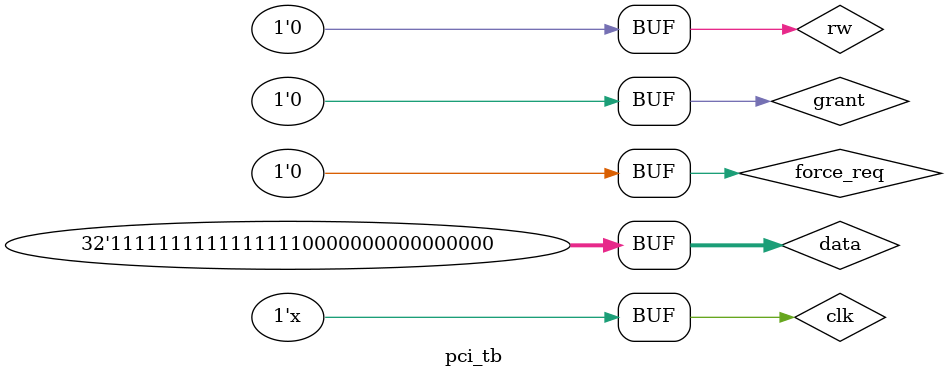
<source format=v>
/* file contains device module */

module device(request, iframe, AD, CBE, iready, tready, devsel, grant, force_req, rw, contactAddress, device_address, data, BE,  clk);

/* request: output send to Arbiter to request the Bus [Active low]. 
*  grant: input from the arbiter to inform the device that he has the bus now [Active low].
*  force_req: input from tb to make the device send request to the arbiter and take over the bus [Active high]
*  rw: input to decide reading or writing: specified in the master mode, W: 1, R: 0.
*  contactAddress: input to specify the target device address, only for master mode.
*  data: data to be sent: master write or read from target.
*  BE: Byte enable bits input: only for master mode [used to specify which bytes to be read by the target].
*  clk: reading data from the bus with posedge clk, writing data to the bus with negede clk [toggling every 1 time unit].
*/ 

/*********** Module inputs - Outputs *******************/

input clk, grant, force_req, rw;
input [31: 0] contactAddress;
input [31: 0] data;
input [31: 0] device_address;
input [3: 0] BE;
output reg request;
inout [31: 0] AD;
inout iframe, CBE, iready, tready, devsel;

/************** Internal Wires - registers ***********************/

reg iframe_io, AD_io, CBE_io, iready_io, tready_io, devsel_io;
reg iframe_reg, iready_reg, tready_reg, devsel_reg;
reg [31: 0] AD_reg;
reg [3: 0] CBE_reg;

reg [31: 0] dev_address; // contains device internal address
reg [31: 0] memory [0: 9]; // 10 rows (words) of memory
reg [3: 0] memory_counter; // to store the memory row that is in turn
reg [31: 0] data_buffer;

/** GUIDELINES - CONTROL SIGNALS *** 
* Control signal consists of 4 bits, The MSB indicates the read/write operation, W = 1, R = 0 
* The 3 other bits, the LSBs, indicate number of word you wanna write or read in current transaction.
* That means you can read or write up to 8 words in a single transaction.
*/

/************* inout control ******************/ 

assign iframe = iframe_io? iframe_reg: 1'bz; 
assign iready = iready_io? iready_reg: 1'bz; 
assign tready = tready_io? tready_reg: 1'bz; 
assign devsel = devsel_io? devsel_reg: 1'bz;

assign AD = AD_io? AD_reg: 32'hzzzz_zzzz; 
assign CBE = CBE_io? CBE_reg: 4'bzzzz; 

//assign data_buffer = AD;

initial 
begin 
dev_address <= device_address;
memory_counter <= 0;
end


always @ (posedge clk)
begin
    if (force_req) // inititor mode
        #1
        request <= 0; // send request to Arbiter
        if (!grant) // granted, start using bus as initiator
        begin
            if (rw) // write operation
            begin
               if ((tready && devsel) && iready == 1'b1) // at the beginning of a transaction and need to communicate with a target device first.
               begin
                     #1 
                // start taking over the bus as initiator in write mode 
                iframe_io <= 1'b1; AD_io <= 1'b1; CBE_io <= 1'b1; iready_io <= 1'b1; // make them output
                tready_io <= 1'b0; devsel_io <= 1'b0; // input
                iframe_reg <= 1'b0; // activate it, indicate to take over the bus
                AD_reg <= contactAddress; // put the address of the target device on the AD lines.
                CBE_reg <= 4'b1000; // means write
                #1
                iready_reg <= 0; // at this point target is ready to transfer data over the data lines.
                AD_reg <= data;
                CBE_reg <= BE;
               end
            else if(!tready && !devsel) // this condition means: initiator contacted target device by putting its address
                begin
                #1
                AD_reg <= data;
                CBE_reg <= BE;  
                end
            end // end of initiator mode -- write 
                /********** End of Master write -> except for some corner cases [if target is not ready case, and finish data transfer case] ****************************************/
        
        else if (!rw) // master read
            begin
                if ((tready && devsel) && iready == 1'b1) // at the beginning of a transaction and need to communicate with a target device first.
                begin
                    #1
                    iframe_io <= 1'b1; AD_io <= 1'b1; CBE_io <= 1'b1; iready_io <= 1'b1; // make them output
                    tready_io <= 1'b0; devsel_io <= 1'b0; // input

                iframe_reg <= 1'b0; // activate it, indicate to take over the bus
                AD_reg <= contactAddress; // put the address of the target device on the AD lines.
                CBE_reg <= 4'b0000; // means read
                #1
                iready_reg <= 0; // at this point target is ready to transfer data over the data lines.
                memory_counter <= 0;
                end // end of master read device selecting phase
                else if ((!tready && !devsel) && iready == 1'b0) // target device responded, and we are ready 
                begin 
                AD_io <= 1'b0; // make it input to read from AD bus
                data_buffer <= AD; // taking data from the bus, and storing it in internal memory register.
                memory[memory_counter] <= data_buffer;
                memory_counter <= memory_counter + 1; // increment counter
                if (memory_counter == 9) memory_counter <= 0;
                end // end of master read data receiving
                /*
                * to be added: 
                * cancel or pause transaction if force request = 0
                */

            end // end of master read mode.

    else if (!force_req) // not initiator 
        request <= 1'b1; // send cancel request to Arbiter.
        iframe_io <= 1'b0; AD_io <= 1'b0; CBE_io <= 1'b0; iready_io <= 1'b0; // make them input.
         tready_io <= 1'b1; devsel_io <= 1'b1; // output.
        if (!iframe) // some device has taken over the bus
        begin
            if (AD == dev_address)
            begin
                memory_counter <= 0;
                if (CBE == 4'b1000) // write mood, receive data and store it.
                begin
                    #1
                    tready_reg <= 1'b0;
                    devsel_reg <= 1'b0;
                    data_buffer <= AD; // taking data from the bus, and storing it in internal memory register.
                    memory[memory_counter] <= data_buffer;
                    memory_counter <= memory_counter + 1; // increment counter
                    if (memory_counter == 9) memory_counter <= 0; // reset counter.   
                end // end of target write mood.

                else if (CBE == 4'b0000) // read mood, send data till iready or iframe are deactivated.
                begin // this section needs to be examined carefully
                    #1
                    if (tready && devsel)
                    begin
                    tready_reg <= 1'b0;
                    devsel_reg <= 1'b0;
                    AD_io <= 1'b1; // output to write on it.
                    end  
                    AD_reg <= data;

                end // end of target read mood

            end // target mood end
        end // end of iframe if checking
            

        end // end of initiator mood if 


end // end of always block 
endmodule

/******** TB ***********************/ 



module pci_tb();
reg  clk;
reg grant;
reg  force_req ; 
reg rw;

reg [31: 0] contactAddress;
reg [31: 0] data;
reg [31: 0] device_address;
reg [3: 0] BE;


wire  [31: 0] AD;
reg  iframe, CBE, iready, tready, devsel;

initial 
begin
$monitor (" clk = %b AD = %b  iframe = %b  CBE = %b  iready = %b tready = %b devsel = %b  rw = %b  grant = %b  ",clk, AD, iframe,CBE,iready,tready, devsel ,rw ,grant  );
//test write 

data=32'b01110110011001110111011001100111;
force_req=1'b1;
grant=0;
rw=1'b1;

#10 
data = 32'b00001111000011110000111100001111;
force_req=1'b1;
grant=0;
rw=0;


#10 
data = 32'b00000000111111110000000011111111;
force_req=1'b0;
grant =0; 
rw=1; 


#10 
data= 32'b11111111111111110000000000000000;
force_req=1'b0;
grant=0;
rw=0 ; 

end 
initial 
begin  
clk=0;
end
always begin 
#5
clk=~clk;
end



device  mydevice(request, iframe, AD, CBE, iready, tready, devsel, grant, force_req, rw, contactAddress, data, BE,  clk);
endmodule
</source>
